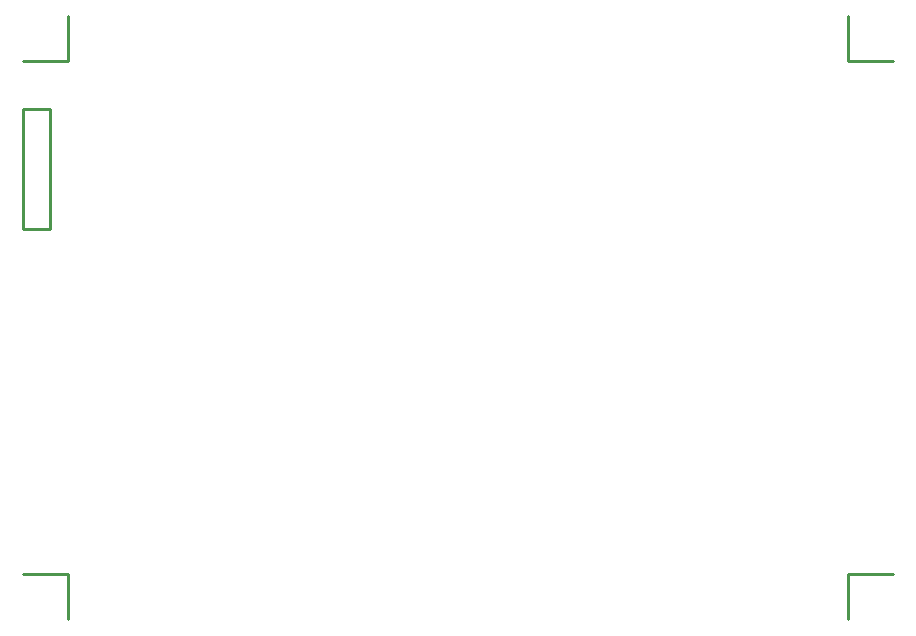
<source format=gm1>
G04*
G04 #@! TF.GenerationSoftware,Altium Limited,Altium Designer,24.2.2 (26)*
G04*
G04 Layer_Color=16711935*
%FSLAX44Y44*%
%MOMM*%
G71*
G04*
G04 #@! TF.SameCoordinates,D28C2298-B94A-46E3-96D8-F5CEDD955656*
G04*
G04*
G04 #@! TF.FilePolarity,Positive*
G04*
G01*
G75*
%ADD11C,0.2540*%
D11*
X660400Y434340D02*
Y472440D01*
Y434340D02*
X698500D01*
X0D02*
Y472440D01*
X-38100Y434340D02*
X0D01*
X660400Y-38100D02*
Y0D01*
X698500D01*
X-38100D02*
X0D01*
Y-38100D02*
Y0D01*
X-38100Y393700D02*
X-15240D01*
X-38100Y292100D02*
X-15240D01*
Y393700D01*
X-38100Y292100D02*
Y393700D01*
M02*

</source>
